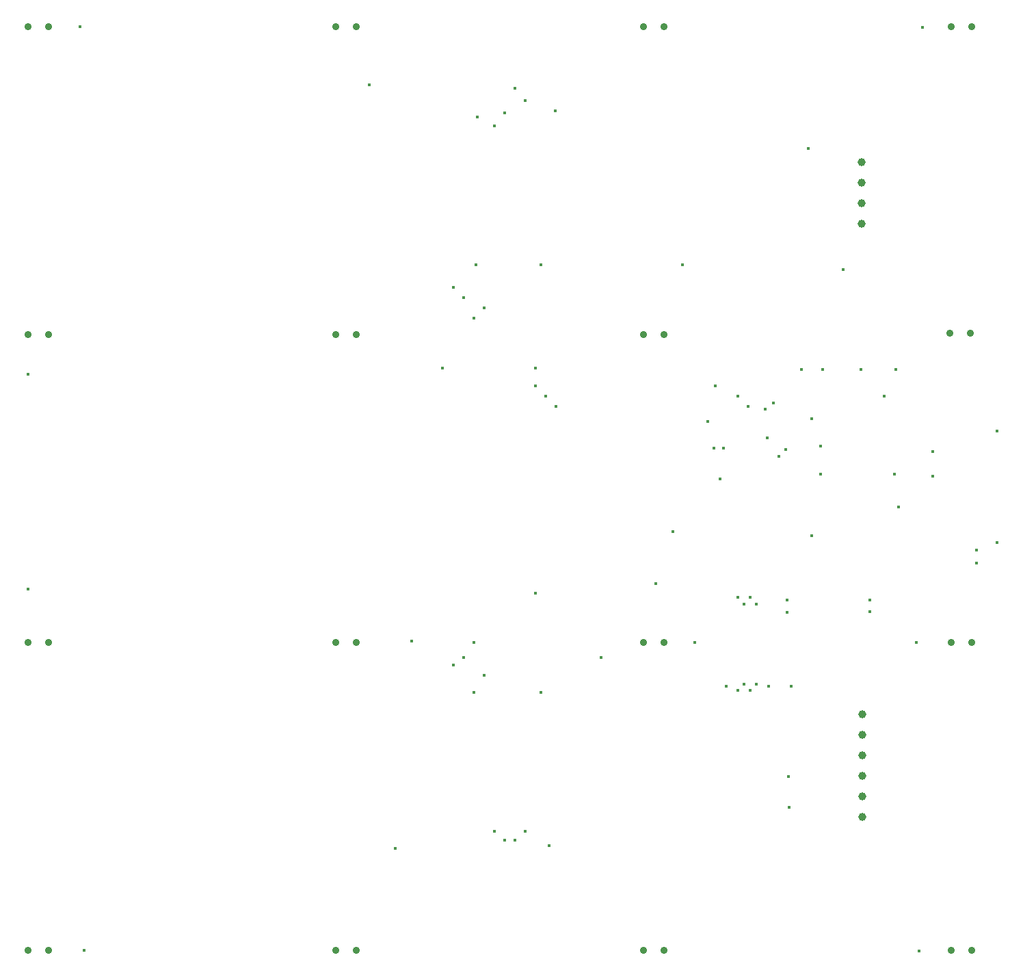
<source format=gbr>
%TF.GenerationSoftware,KiCad,Pcbnew,7.0.10*%
%TF.CreationDate,2024-05-15T16:53:33+02:00*%
%TF.ProjectId,ledrunner,6c656472-756e-46e6-9572-2e6b69636164,rev?*%
%TF.SameCoordinates,Original*%
%TF.FileFunction,Plated,1,2,PTH,Drill*%
%TF.FilePolarity,Positive*%
%FSLAX46Y46*%
G04 Gerber Fmt 4.6, Leading zero omitted, Abs format (unit mm)*
G04 Created by KiCad (PCBNEW 7.0.10) date 2024-05-15 16:53:33*
%MOMM*%
%LPD*%
G01*
G04 APERTURE LIST*
%TA.AperFunction,ViaDrill*%
%ADD10C,0.400000*%
%TD*%
%TA.AperFunction,ComponentDrill*%
%ADD11C,0.900000*%
%TD*%
%TA.AperFunction,ComponentDrill*%
%ADD12C,1.000000*%
%TD*%
G04 APERTURE END LIST*
D10*
X38100000Y-87503000D03*
X38100000Y-114046000D03*
X44577000Y-44450000D03*
X45085000Y-158750000D03*
X80391000Y-51689000D03*
X83566000Y-146177000D03*
X85598000Y-120523000D03*
X89408000Y-86741000D03*
X90805000Y-76708000D03*
X90805000Y-123444000D03*
X92075000Y-77978000D03*
X92075000Y-122555000D03*
X93345000Y-80518000D03*
X93345000Y-120650000D03*
X93345000Y-126873000D03*
X93599000Y-73914000D03*
X93726000Y-55626000D03*
X94615000Y-79248000D03*
X94615000Y-124714000D03*
X95885000Y-56769000D03*
X95885000Y-144018000D03*
X97155000Y-55118000D03*
X97155000Y-145161000D03*
X98425000Y-52070000D03*
X98425000Y-145161000D03*
X99695000Y-53594000D03*
X99695000Y-144018000D03*
X100965000Y-86741000D03*
X100965000Y-88900000D03*
X100965000Y-114554000D03*
X101600000Y-73914000D03*
X101600000Y-126873000D03*
X102235000Y-90170000D03*
X102616000Y-145796000D03*
X103378000Y-54864000D03*
X103505000Y-91440000D03*
X109093000Y-122555000D03*
X115824000Y-113411000D03*
X117983000Y-106934000D03*
X119126000Y-73914000D03*
X120650000Y-120650000D03*
X122249000Y-93293000D03*
X123063000Y-96647000D03*
X123190000Y-88900000D03*
X123825000Y-100457000D03*
X124206000Y-96662000D03*
X124587000Y-126111000D03*
X125984000Y-90170000D03*
X125984000Y-115062000D03*
X125984000Y-126619000D03*
X126746000Y-115951000D03*
X126746000Y-125857000D03*
X127254000Y-91440000D03*
X127508000Y-115062000D03*
X127543000Y-126625223D03*
X128270000Y-115951000D03*
X128270000Y-125857000D03*
X129413000Y-91821000D03*
X129667000Y-95377000D03*
X129794000Y-126111000D03*
X130429000Y-91059000D03*
X131064000Y-97663000D03*
X131953000Y-96774000D03*
X132080000Y-115443000D03*
X132080000Y-116967000D03*
X132295500Y-137287000D03*
X132334000Y-141097000D03*
X132588000Y-126111000D03*
X133858000Y-86868000D03*
X134747000Y-59563000D03*
X135128000Y-92964000D03*
X135128000Y-107442000D03*
X136271000Y-96393000D03*
X136271000Y-99822000D03*
X136525000Y-86868000D03*
X139065000Y-74549000D03*
X141224000Y-86868000D03*
X142367000Y-115443000D03*
X142367000Y-116840000D03*
X144145000Y-90170000D03*
X145415000Y-99822000D03*
X145542000Y-86868000D03*
X145923000Y-103886000D03*
X148082000Y-120650000D03*
X148463000Y-158877000D03*
X148844000Y-44577000D03*
X150114000Y-97028000D03*
X150114000Y-100076000D03*
X155575000Y-109220000D03*
X155575000Y-110871000D03*
X158115000Y-94488000D03*
X158115000Y-108331000D03*
D11*
%TO.C,D1*%
X38100000Y-44450000D03*
%TO.C,D5*%
X38100000Y-82550000D03*
%TO.C,D9*%
X38100000Y-120650000D03*
%TO.C,D13*%
X38100000Y-158750000D03*
%TO.C,D1*%
X40640000Y-44450000D03*
%TO.C,D5*%
X40640000Y-82550000D03*
%TO.C,D9*%
X40640000Y-120650000D03*
%TO.C,D13*%
X40640000Y-158750000D03*
%TO.C,D2*%
X76200000Y-44450000D03*
%TO.C,D6*%
X76200000Y-82550000D03*
%TO.C,D10*%
X76200000Y-120650000D03*
%TO.C,D14*%
X76200000Y-158750000D03*
%TO.C,D2*%
X78740000Y-44450000D03*
%TO.C,D6*%
X78740000Y-82550000D03*
%TO.C,D10*%
X78740000Y-120650000D03*
%TO.C,D14*%
X78740000Y-158750000D03*
%TO.C,D3*%
X114300000Y-44450000D03*
%TO.C,D7*%
X114300000Y-82550000D03*
%TO.C,D11*%
X114300000Y-120650000D03*
%TO.C,D15*%
X114300000Y-158750000D03*
%TO.C,D3*%
X116840000Y-44450000D03*
%TO.C,D7*%
X116840000Y-82550000D03*
%TO.C,D11*%
X116840000Y-120650000D03*
%TO.C,D15*%
X116840000Y-158750000D03*
%TO.C,D8*%
X152200413Y-82407478D03*
%TO.C,D4*%
X152400000Y-44450000D03*
%TO.C,D12*%
X152400000Y-120650000D03*
%TO.C,D16*%
X152400000Y-158750000D03*
%TO.C,D8*%
X154740413Y-82407478D03*
%TO.C,D4*%
X154940000Y-44450000D03*
%TO.C,D12*%
X154940000Y-120650000D03*
%TO.C,D16*%
X154940000Y-158750000D03*
D12*
%TO.C,J3*%
X141351000Y-61214000D03*
X141351000Y-63754000D03*
X141351000Y-66294000D03*
X141351000Y-68834000D03*
%TO.C,J2*%
X141421000Y-129550000D03*
X141421000Y-132090000D03*
X141421000Y-134630000D03*
X141421000Y-137170000D03*
X141421000Y-139710000D03*
X141421000Y-142250000D03*
M02*

</source>
